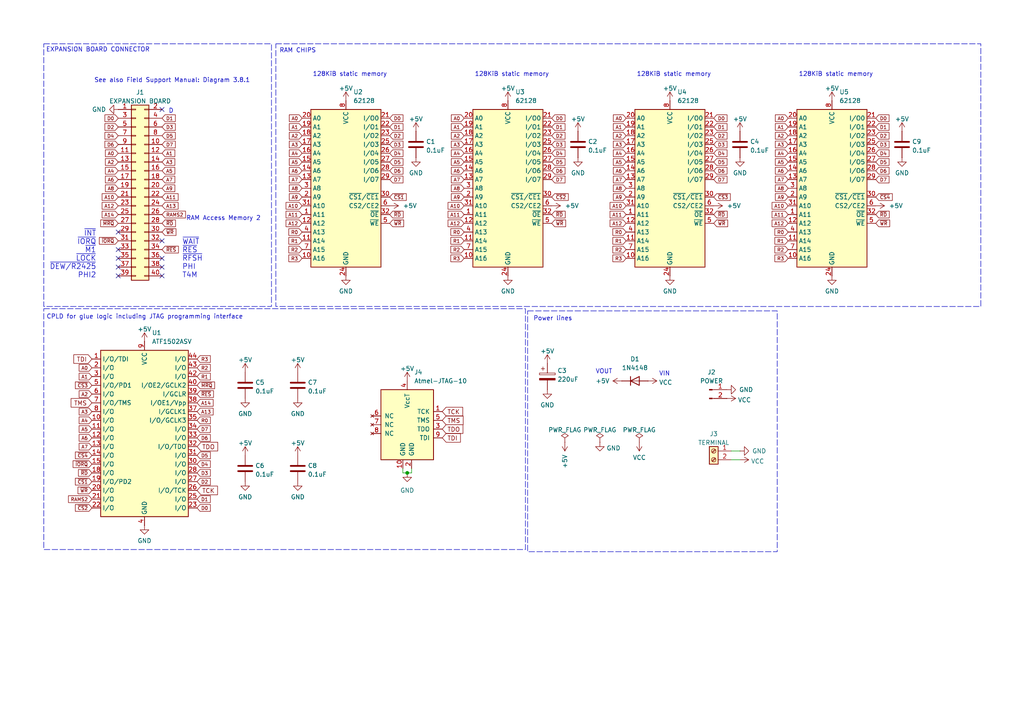
<source format=kicad_sch>
(kicad_sch (version 20250114) (generator "eeschema") (generator_version "9.0")
  (paper "A4")
  (title_block (title "Philips P2000T 128KiB memory expansion board (SMD / CPLD)") (date "2025-03-29") (rev "0") (comment 1 "ATF1502ALS TQFP44 CPLD is used for glue logic"))
  (lib_symbols
    (symbol "CPLD_Microchip:ATF1502ASV-xAx44"
      (property "Reference" "U" (at -12.7 24.13 0))
      (property "Value" "ATF1502ASV-xAx44" (at 12.7 24.13 0))
      (symbol "ATF1502ASV-xAx44_1_1"
        (pin bidirectional line (at -15.24 20.32 0) (length 2.54) (name "I/O/TDI") (number "1"))
        (pin bidirectional line (at -15.24 17.78 0) (length 2.54) (name "I/O") (number "2"))
        (pin bidirectional line (at -15.24 15.24 0) (length 2.54) (name "I/O") (number "3"))
        (pin bidirectional line (at -15.24 12.7 0) (length 2.54) (name "I/O/PD1") (number "5"))
        (pin bidirectional line (at -15.24 10.16 0) (length 2.54) (name "I/O") (number "6"))
        (pin bidirectional line (at -15.24 7.62 0) (length 2.54) (name "I/O/TMS") (number "7"))
        (pin bidirectional line (at -15.24 5.08 0) (length 2.54) (name "I/O") (number "8"))
        (pin bidirectional line (at -15.24 2.54 0) (length 2.54) (name "I/O") (number "10"))
        (pin bidirectional line (at -15.24 0 0) (length 2.54) (name "I/O") (number "11"))
        (pin bidirectional line (at -15.24 -2.54 0) (length 2.54) (name "I/O") (number "12"))
        (pin bidirectional line (at -15.24 -5.08 0) (length 2.54) (name "I/O") (number "13"))
        (pin bidirectional line (at -15.24 -7.62 0) (length 2.54) (name "I/O") (number "14"))
        (pin bidirectional line (at -15.24 -10.16 0) (length 2.54) (name "I/O") (number "15"))
        (pin bidirectional line (at -15.24 -12.7 0) (length 2.54) (name "I/O") (number "18"))
        (pin bidirectional line (at -15.24 -15.24 0) (length 2.54) (name "I/O/PD2") (number "19"))
        (pin bidirectional line (at -15.24 -17.78 0) (length 2.54) (name "I/O") (number "20"))
        (pin bidirectional line (at -15.24 -20.32 0) (length 2.54) (name "I/O") (number "21"))
        (pin bidirectional line (at -15.24 -22.86 0) (length 2.54) (name "I/O") (number "22"))
        (pin passive line (at 0 25.4 270) (length 2.54) (hide yes) (name "VCC") (number "17"))
        (pin passive line (at 0 25.4 270) (length 2.54) (hide yes) (name "VCC") (number "29"))
        (pin passive line (at 0 25.4 270) (length 2.54) (hide yes) (name "VCC") (number "41"))
        (pin power_in line (at 0 25.4 270) (length 2.54) (name "VCC") (number "9"))
        (pin passive line (at 0 -27.94 90) (length 2.54) (hide yes) (name "GND") (number "16"))
        (pin passive line (at 0 -27.94 90) (length 2.54) (hide yes) (name "GND") (number "24"))
        (pin passive line (at 0 -27.94 90) (length 2.54) (hide yes) (name "GND") (number "36"))
        (pin power_in line (at 0 -27.94 90) (length 2.54) (name "GND") (number "4"))
        (pin bidirectional line (at 15.24 20.32 180) (length 2.54) (name "I/O") (number "44"))
        (pin bidirectional line (at 15.24 17.78 180) (length 2.54) (name "I/O") (number "43"))
        (pin bidirectional line (at 15.24 15.24 180) (length 2.54) (name "I/O") (number "42"))
        (pin input line (at 15.24 12.7 180) (length 2.54) (name "I/OE2/GCLK2") (number "40"))
        (pin input line (at 15.24 10.16 180) (length 2.54) (name "I/GCLR") (number "39"))
        (pin input line (at 15.24 7.62 180) (length 2.54) (name "I/OE1/Vpp") (number "38"))
        (pin input line (at 15.24 5.08 180) (length 2.54) (name "I/GCLK1") (number "37"))
        (pin bidirectional line (at 15.24 2.54 180) (length 2.54) (name "I/O/GCLK3") (number "35"))
        (pin bidirectional line (at 15.24 0 180) (length 2.54) (name "I/O") (number "34"))
        (pin bidirectional line (at 15.24 -2.54 180) (length 2.54) (name "I/O") (number "33"))
        (pin bidirectional line (at 15.24 -5.08 180) (length 2.54) (name "I/O/TDO") (number "32"))
        (pin bidirectional line (at 15.24 -7.62 180) (length 2.54) (name "I/O") (number "31"))
        (pin bidirectional line (at 15.24 -10.16 180) (length 2.54) (name "I/O") (number "30"))
        (pin bidirectional line (at 15.24 -12.7 180) (length 2.54) (name "I/O") (number "28"))
        (pin bidirectional line (at 15.24 -15.24 180) (length 2.54) (name "I/O") (number "27"))
        (pin bidirectional line (at 15.24 -17.78 180) (length 2.54) (name "I/O/TCK") (number "26"))
        (pin bidirectional line (at 15.24 -20.32 180) (length 2.54) (name "I/O") (number "25"))
        (pin bidirectional line (at 15.24 -22.86 180) (length 2.54) (name "I/O") (number "23"))
      )
    )
    (symbol "Connector:Conn_01x02_Pin" (pin_names (offset 1.016) (hide yes))
      (property "Reference" "J" (at 0 2.54 0))
      (property "Value" "Conn_01x02_Pin" (at 0 -5.08 0))
      (symbol "Conn_01x02_Pin_1_1"
        (pin passive line (at 5.08 0 180) (length 3.81) (name "Pin_1") (number "1"))
        (pin passive line (at 5.08 -2.54 180) (length 3.81) (name "Pin_2") (number "2"))
      )
    )
    (symbol "Connector:Screw_Terminal_01x02" (pin_names (offset 1.016) (hide yes))
      (property "Reference" "J" (at 0 2.54 0))
      (property "Value" "Screw_Terminal_01x02" (at 0 -5.08 0))
      (symbol "Screw_Terminal_01x02_1_1"
        (pin passive line (at -5.08 0 0) (length 3.81) (name "Pin_1") (number "1"))
        (pin passive line (at -5.08 -2.54 0) (length 3.81) (name "Pin_2") (number "2"))
      )
    )
    (symbol "Connector_Generic:Conn_02x20_Odd_Even" (pin_names (offset 1.016) (hide yes))
      (property "Reference" "J" (at 1.27 25.4 0))
      (property "Value" "Conn_02x20_Odd_Even" (at 1.27 -27.94 0))
      (symbol "Conn_02x20_Odd_Even_1_1"
        (pin passive line (at -5.08 22.86 0) (length 3.81) (name "Pin_1") (number "1"))
        (pin passive line (at -5.08 20.32 0) (length 3.81) (name "Pin_3") (number "3"))
        (pin passive line (at -5.08 17.78 0) (length 3.81) (name "Pin_5") (number "5"))
        (pin passive line (at -5.08 15.24 0) (length 3.81) (name "Pin_7") (number "7"))
        (pin passive line (at -5.08 12.7 0) (length 3.81) (name "Pin_9") (number "9"))
        (pin passive line (at -5.08 10.16 0) (length 3.81) (name "Pin_11") (number "11"))
        (pin passive line (at -5.08 7.62 0) (length 3.81) (name "Pin_13") (number "13"))
        (pin passive line (at -5.08 5.08 0) (length 3.81) (name "Pin_15") (number "15"))
        (pin passive line (at -5.08 2.54 0) (length 3.81) (name "Pin_17") (number "17"))
        (pin passive line (at -5.08 0 0) (length 3.81) (name "Pin_19") (number "19"))
        (pin passive line (at -5.08 -2.54 0) (length 3.81) (name "Pin_21") (number "21"))
        (pin passive line (at -5.08 -5.08 0) (length 3.81) (name "Pin_23") (number "23"))
        (pin passive line (at -5.08 -7.62 0) (length 3.81) (name "Pin_25") (number "25"))
        (pin passive line (at -5.08 -10.16 0) (length 3.81) (name "Pin_27") (number "27"))
        (pin passive line (at -5.08 -12.7 0) (length 3.81) (name "Pin_29") (number "29"))
        (pin passive line (at -5.08 -15.24 0) (length 3.81) (name "Pin_31") (number "31"))
        (pin passive line (at -5.08 -17.78 0) (length 3.81) (name "Pin_33") (number "33"))
        (pin passive line (at -5.08 -20.32 0) (length 3.81) (name "Pin_35") (number "35"))
        (pin passive line (at -5.08 -22.86 0) (length 3.81) (name "Pin_37") (number "37"))
        (pin passive line (at -5.08 -25.4 0) (length 3.81) (name "Pin_39") (number "39"))
        (pin passive line (at 7.62 22.86 180) (length 3.81) (name "Pin_2") (number "2"))
        (pin passive line (at 7.62 20.32 180) (length 3.81) (name "Pin_4") (number "4"))
        (pin passive line (at 7.62 17.78 180) (length 3.81) (name "Pin_6") (number "6"))
        (pin passive line (at 7.62 15.24 180) (length 3.81) (name "Pin_8") (number "8"))
        (pin passive line (at 7.62 12.7 180) (length 3.81) (name "Pin_10") (number "10"))
        (pin passive line (at 7.62 10.16 180) (length 3.81) (name "Pin_12") (number "12"))
        (pin passive line (at 7.62 7.62 180) (length 3.81) (name "Pin_14") (number "14"))
        (pin passive line (at 7.62 5.08 180) (length 3.81) (name "Pin_16") (number "16"))
        (pin passive line (at 7.62 2.54 180) (length 3.81) (name "Pin_18") (number "18"))
        (pin passive line (at 7.62 0 180) (length 3.81) (name "Pin_20") (number "20"))
        (pin passive line (at 7.62 -2.54 180) (length 3.81) (name "Pin_22") (number "22"))
        (pin passive line (at 7.62 -5.08 180) (length 3.81) (name "Pin_24") (number "24"))
        (pin passive line (at 7.62 -7.62 180) (length 3.81) (name "Pin_26") (number "26"))
        (pin passive line (at 7.62 -10.16 180) (length 3.81) (name "Pin_28") (number "28"))
        (pin passive line (at 7.62 -12.7 180) (length 3.81) (name "Pin_30") (number "30"))
        (pin passive line (at 7.62 -15.24 180) (length 3.81) (name "Pin_32") (number "32"))
        (pin passive line (at 7.62 -17.78 180) (length 3.81) (name "Pin_34") (number "34"))
        (pin passive line (at 7.62 -20.32 180) (length 3.81) (name "Pin_36") (number "36"))
        (pin passive line (at 7.62 -22.86 180) (length 3.81) (name "Pin_38") (number "38"))
        (pin passive line (at 7.62 -25.4 180) (length 3.81) (name "Pin_40") (number "40"))
      )
    )
    (symbol "Device:C" (pin_numbers (hide yes)) (pin_names (offset 0.254))
      (property "Reference" "C" (at 0.635 2.54 0))
      (property "Value" "C" (at 0.635 -2.54 0))
      (symbol "C_1_1"
        (pin passive line (at 0 3.81 270) (length 2.794) (name "~") (number "1"))
        (pin passive line (at 0 -3.81 90) (length 2.794) (name "~") (number "2"))
      )
    )
    (symbol "Device:C_Polarized" (pin_numbers (hide yes)) (pin_names (offset 0.254))
      (property "Reference" "C" (at 0.635 2.54 0))
      (property "Value" "C_Polarized" (at 0.635 -2.54 0))
      (symbol "C_Polarized_1_1"
        (pin passive line (at 0 3.81 270) (length 2.794) (name "~") (number "1"))
        (pin passive line (at 0 -3.81 90) (length 2.794) (name "~") (number "2"))
      )
    )
    (symbol "Device:D" (pin_numbers (hide yes)) (pin_names (offset 1.016) (hide yes))
      (property "Reference" "D" (at 0 2.54 0))
      (property "Value" "D" (at 0 -2.54 0))
      (symbol "D_1_1"
        (pin passive line (at -3.81 0 0) (length 2.54) (name "K") (number "1"))
        (pin passive line (at 3.81 0 180) (length 2.54) (name "A") (number "2"))
      )
    )
    (symbol "Memory_RAM:CY62128Exx-xxZ"
      (property "Reference" "U" (at -10.16 23.495 0))
      (property "Value" "CY62128Exx-xxZ" (at 2.54 23.495 0))
      (symbol "CY62128Exx-xxZ_0_0"
        (pin power_in line (at 0 25.4 270) (length 2.54) (name "VCC") (number "8"))
        (pin power_in line (at 0 -25.4 90) (length 2.54) (name "GND") (number "24"))
      )
      (symbol "CY62128Exx-xxZ_1_1"
        (pin input line (at -12.7 20.32 0) (length 2.54) (name "A0") (number "20"))
        (pin input line (at -12.7 17.78 0) (length 2.54) (name "A1") (number "19"))
        (pin input line (at -12.7 15.24 0) (length 2.54) (name "A2") (number "18"))
        (pin input line (at -12.7 12.7 0) (length 2.54) (name "A3") (number "17"))
        (pin input line (at -12.7 10.16 0) (length 2.54) (name "A4") (number "16"))
        (pin input line (at -12.7 7.62 0) (length 2.54) (name "A5") (number "15"))
        (pin input line (at -12.7 5.08 0) (length 2.54) (name "A6") (number "14"))
        (pin input line (at -12.7 2.54 0) (length 2.54) (name "A7") (number "13"))
        (pin input line (at -12.7 0 0) (length 2.54) (name "A8") (number "3"))
        (pin input line (at -12.7 -2.54 0) (length 2.54) (name "A9") (number "2"))
        (pin input line (at -12.7 -5.08 0) (length 2.54) (name "A10") (number "31"))
        (pin input line (at -12.7 -7.62 0) (length 2.54) (name "A11") (number "1"))
        (pin input line (at -12.7 -10.16 0) (length 2.54) (name "A12") (number "12"))
        (pin input line (at -12.7 -12.7 0) (length 2.54) (name "A13") (number "4"))
        (pin input line (at -12.7 -15.24 0) (length 2.54) (name "A14") (number "11"))
        (pin input line (at -12.7 -17.78 0) (length 2.54) (name "A15") (number "7"))
        (pin input line (at -12.7 -20.32 0) (length 2.54) (name "A16") (number "10"))
        (pin no_connect line (at 10.16 -20.32 180) (length 2.54) (hide yes) (name "NC") (number "9"))
        (pin tri_state line (at 12.7 20.32 180) (length 2.54) (name "I/O0") (number "21"))
        (pin tri_state line (at 12.7 17.78 180) (length 2.54) (name "I/O1") (number "22"))
        (pin tri_state line (at 12.7 15.24 180) (length 2.54) (name "I/O2") (number "23"))
        (pin tri_state line (at 12.7 12.7 180) (length 2.54) (name "I/O3") (number "25"))
        (pin tri_state line (at 12.7 10.16 180) (length 2.54) (name "I/O4") (number "26"))
        (pin tri_state line (at 12.7 7.62 180) (length 2.54) (name "I/O5") (number "27"))
        (pin tri_state line (at 12.7 5.08 180) (length 2.54) (name "I/O6") (number "28"))
        (pin tri_state line (at 12.7 2.54 180) (length 2.54) (name "I/O7") (number "29"))
        (pin input line (at 12.7 -2.54 180) (length 2.54) (name "~{CS1}/~{CE1}") (number "30"))
        (pin input line (at 12.7 -5.08 180) (length 2.54) (name "CS2/CE2") (number "6"))
        (pin input line (at 12.7 -7.62 180) (length 2.54) (name "~{OE}") (number "32"))
        (pin input line (at 12.7 -10.16 180) (length 2.54) (name "~{WE}") (number "5"))
      )
    )
    (symbol "atf1504_plcc44_breakout:Atmel-JTAG-10" (pin_names (offset 1.016))
      (property "Reference" "J" (at -7.62 11.43 0))
      (property "Value" "Atmel-JTAG-10" (at 2.54 11.43 0))
      (symbol "Atmel-JTAG-10_1_1"
        (pin no_connect line (at -10.16 2.54 0) (length 2.54) (name "NC") (number "6"))
        (pin no_connect line (at -10.16 0 0) (length 2.54) (name "NC") (number "7"))
        (pin no_connect line (at -10.16 -2.54 0) (length 2.54) (name "NC") (number "8"))
        (pin power_in line (at -1.27 -12.7 90) (length 2.54) (name "GND") (number "10"))
        (pin power_in line (at 0 12.7 270) (length 2.54) (name "VccT") (number "4"))
        (pin passive line (at 1.27 -12.7 90) (length 2.54) (name "GND") (number "2"))
        (pin output line (at 10.16 3.81 180) (length 2.54) (name "TCK") (number "1"))
        (pin output line (at 10.16 1.27 180) (length 2.54) (name "TMS") (number "5"))
        (pin input line (at 10.16 -1.27 180) (length 2.54) (name "TDO") (number "3"))
        (pin output line (at 10.16 -3.81 180) (length 2.54) (name "TDI") (number "9"))
      )
    )
    (symbol "power:+5V" (power) (pin_numbers (hide yes)) (pin_names (offset 0) (hide yes))
      (property "Value" "+5V" (at 0 3.556 0))
      (symbol "+5V_1_1"
        (pin power_in line (at 0 0 90) (length 0) (name "~") (number "1"))
      )
    )
    (symbol "power:GND" (power) (pin_numbers (hide yes)) (pin_names (offset 0) (hide yes))
      (property "Value" "GND" (at 0 -3.81 0))
      (symbol "GND_1_1"
        (pin power_in line (at 0 0 270) (length 0) (name "~") (number "1"))
      )
    )
    (symbol "power:PWR_FLAG" (power) (pin_numbers (hide yes)) (pin_names (offset 0) (hide yes))
      (property "Value" "PWR_FLAG" (at 0 3.81 0))
      (symbol "PWR_FLAG_0_0"
        (pin power_out line (at 0 0 90) (length 0) (name "~") (number "1"))
      )
    )
    (symbol "power:VCC" (power) (pin_numbers (hide yes)) (pin_names (offset 0) (hide yes))
      (property "Value" "VCC" (at 0 3.556 0))
      (symbol "VCC_1_1"
        (pin power_in line (at 0 0 90) (length 0) (name "~") (number "1"))
      )
    )
  )
  (rectangle (start 153.035 90.17) (end 225.425 160.02) (stroke (width 0) (type dash)))
  (rectangle (start 12.7 12.7) (end 78.74 88.9) (stroke (width 0) (type dash)))
  (rectangle (start 12.7 89.535) (end 152.4 159.385) (stroke (width 0) (type dash)))
  (rectangle (start 80.01 12.7) (end 284.48 88.9) (stroke (width 0) (type dash)))
  (text "128KiB static memory" (at 231.648 22.352 0) (effects (font (size 1.27 1.27)) (justify left bottom)))
  (text "VIN" (at 191.135 109.22 0) (effects (font (size 1.27 1.27)) (justify left bottom)))
  (text "EXPANSION BOARD CONNECTOR" (at 13.335 15.24 0) (effects (font (size 1.27 1.27)) (justify left bottom)))
  (text "VOUT" (at 172.72 108.585 0) (effects (font (size 1.27 1.27)) (justify left bottom)))
  (text "~{INT}\n~{IORQ}\n~{M1}\n~{LOCK}\n~{DEW/R2425}\nPHI2" (at 27.94 80.772 0) (effects (font (size 1.5 1.5)) (justify right bottom)))
  (text "128KiB static memory" (at 137.668 22.352 0) (effects (font (size 1.27 1.27)) (justify left bottom)))
  (text "D" (at 48.895 33.02 0) (effects (font (size 1.27 1.27)) (justify left bottom)))
  (text "RAM Access Memory 2" (at 53.975 64.135 0) (effects (font (size 1.27 1.27)) (justify left bottom)))
  (text "128KiB static memory" (at 184.658 22.352 0) (effects (font (size 1.27 1.27)) (justify left bottom)))
  (text "RAM CHIPS" (at 81.026 15.494 0) (effects (font (size 1.27 1.27)) (justify left bottom)))
  (text "See also Field Support Manual: Diagram 3.8.1" (at 27.305 24.13 0) (effects (font (size 1.27 1.27)) (justify left bottom)))
  (text "Power lines" (at 154.686 93.218 0) (effects (font (size 1.27 1.27)) (justify left bottom)))
  (text "128KiB static memory" (at 90.678 22.352 0) (effects (font (size 1.27 1.27)) (justify left bottom)))
  (text "~{WAIT}\n~{RES}\n~{RFSH}\nPHI\nT4M" (at 52.832 80.772 0) (effects (font (size 1.5 1.5)) (justify left bottom)))
  (text "CPLD for glue logic including JTAG programming interface" (at 13.462 92.71 0) (effects (font (size 1.27 1.27)) (justify left bottom)))
  (junction (at 118.11 137.16))
  (no_connect (at 46.99 80.01))
  (no_connect (at 34.29 74.93))
  (no_connect (at 46.99 69.85))
  (no_connect (at 34.29 80.01))
  (no_connect (at 34.29 77.47))
  (no_connect (at 46.99 74.93))
  (no_connect (at 46.99 31.75))
  (no_connect (at 46.99 77.47))
  (no_connect (at 34.29 72.39))
  (no_connect (at 34.29 67.31))
  (wire (pts (xy 118.11 137.16) (xy 116.84 137.16)))
  (wire (pts (xy 212.09 130.81) (xy 214.63 130.81)))
  (wire (pts (xy 212.09 133.35) (xy 214.63 133.35)))
  (wire (pts (xy 118.11 137.16) (xy 119.38 137.16)))
  (wire (pts (xy 119.38 137.16) (xy 119.38 135.89)))
  (wire (pts (xy 116.84 137.16) (xy 116.84 135.89)))
  (global_label "A1" (shape input) (at 134.62 36.83 180) (effects (font (size 1 1))) (property "Intersheetrefs" "${INTERSHEET_REFS}" (effects (hide yes))))
  (global_label "~{WR}" (shape input) (at 254 64.77 0) (effects (font (size 1 1))) (property "Intersheetrefs" "${INTERSHEET_REFS}" (effects (hide yes))))
  (global_label "A10" (shape input) (at 228.6 59.69 180) (effects (font (size 1 1))) (property "Intersheetrefs" "${INTERSHEET_REFS}" (effects (hide yes))))
  (global_label "A11" (shape input) (at 228.6 62.23 180) (effects (font (size 1 1))) (property "Intersheetrefs" "${INTERSHEET_REFS}" (effects (hide yes))))
  (global_label "D4" (shape input) (at 207.01 44.45 0) (effects (font (size 1 1))) (property "Intersheetrefs" "${INTERSHEET_REFS}" (effects (hide yes))))
  (global_label "R0" (shape input) (at 134.62 67.31 180) (effects (font (size 1 1))) (property "Intersheetrefs" "${INTERSHEET_REFS}" (effects (hide yes))))
  (global_label "D4" (shape input) (at 254 44.45 0) (effects (font (size 1 1))) (property "Intersheetrefs" "${INTERSHEET_REFS}" (effects (hide yes))))
  (global_label "D3" (shape input) (at 160.02 41.91 0) (effects (font (size 1 1))) (property "Intersheetrefs" "${INTERSHEET_REFS}" (effects (hide yes))))
  (global_label "A7" (shape input) (at 134.62 52.07 180) (effects (font (size 1 1))) (property "Intersheetrefs" "${INTERSHEET_REFS}" (effects (hide yes))))
  (global_label "~{RES}" (shape input) (at 57.15 114.3 0) (effects (font (size 1 1))) (property "Intersheetrefs" "${INTERSHEET_REFS}" (effects (hide yes))))
  (global_label "A4" (shape input) (at 181.61 44.45 180) (effects (font (size 1 1))) (property "Intersheetrefs" "${INTERSHEET_REFS}" (effects (hide yes))))
  (global_label "D1" (shape input) (at 254 36.83 0) (effects (font (size 1 1))) (property "Intersheetrefs" "${INTERSHEET_REFS}" (effects (hide yes))))
  (global_label "A8" (shape input) (at 34.29 54.61 180) (effects (font (size 1 1))) (property "Intersheetrefs" "${INTERSHEET_REFS}" (effects (hide yes))))
  (global_label "A10" (shape input) (at 87.63 59.69 180) (effects (font (size 1 1))) (property "Intersheetrefs" "${INTERSHEET_REFS}" (effects (hide yes))))
  (global_label "R1" (shape input) (at 87.63 69.85 180) (effects (font (size 1 1))) (property "Intersheetrefs" "${INTERSHEET_REFS}" (effects (hide yes))))
  (global_label "A4" (shape input) (at 87.63 44.45 180) (effects (font (size 1 1))) (property "Intersheetrefs" "${INTERSHEET_REFS}" (effects (hide yes))))
  (global_label "R3" (shape input) (at 228.6 74.93 180) (effects (font (size 1 1))) (property "Intersheetrefs" "${INTERSHEET_REFS}" (effects (hide yes))))
  (global_label "A4" (shape input) (at 26.67 121.92 180) (effects (font (size 1 1))) (property "Intersheetrefs" "${INTERSHEET_REFS}" (effects (hide yes))))
  (global_label "A0" (shape input) (at 181.61 34.29 180) (effects (font (size 1 1))) (property "Intersheetrefs" "${INTERSHEET_REFS}" (effects (hide yes))))
  (global_label "D0" (shape input) (at 113.03 34.29 0) (effects (font (size 1 1))) (property "Intersheetrefs" "${INTERSHEET_REFS}" (effects (hide yes))))
  (global_label "D5" (shape input) (at 207.01 46.99 0) (effects (font (size 1 1))) (property "Intersheetrefs" "${INTERSHEET_REFS}" (effects (hide yes))))
  (global_label "A6" (shape input) (at 34.29 52.07 180) (effects (font (size 1 1))) (property "Intersheetrefs" "${INTERSHEET_REFS}" (effects (hide yes))))
  (global_label "A10" (shape input) (at 181.61 59.69 180) (effects (font (size 1 1))) (property "Intersheetrefs" "${INTERSHEET_REFS}" (effects (hide yes))))
  (global_label "~{CS2}" (shape input) (at 26.67 147.32 180) (effects (font (size 1 1))) (property "Intersheetrefs" "${INTERSHEET_REFS}" (effects (hide yes))))
  (global_label "R2" (shape input) (at 87.63 72.39 180) (effects (font (size 1 1))) (property "Intersheetrefs" "${INTERSHEET_REFS}" (effects (hide yes))))
  (global_label "D2" (shape input) (at 160.02 39.37 0) (effects (font (size 1 1))) (property "Intersheetrefs" "${INTERSHEET_REFS}" (effects (hide yes))))
  (global_label "D5" (shape input) (at 160.02 46.99 0) (effects (font (size 1 1))) (property "Intersheetrefs" "${INTERSHEET_REFS}" (effects (hide yes))))
  (global_label "D4" (shape input) (at 34.29 39.37 180) (effects (font (size 1 1))) (property "Intersheetrefs" "${INTERSHEET_REFS}" (effects (hide yes))))
  (global_label "R3" (shape input) (at 57.15 104.14 0) (effects (font (size 1 1))) (property "Intersheetrefs" "${INTERSHEET_REFS}" (effects (hide yes))))
  (global_label "A4" (shape input) (at 228.6 44.45 180) (effects (font (size 1 1))) (property "Intersheetrefs" "${INTERSHEET_REFS}" (effects (hide yes))))
  (global_label "A7" (shape input) (at 228.6 52.07 180) (effects (font (size 1 1))) (property "Intersheetrefs" "${INTERSHEET_REFS}" (effects (hide yes))))
  (global_label "TMS" (shape input) (at 26.67 116.84 180) (property "Intersheetrefs" "${INTERSHEET_REFS}" (effects (hide yes))))
  (global_label "A4" (shape input) (at 134.62 44.45 180) (effects (font (size 1 1))) (property "Intersheetrefs" "${INTERSHEET_REFS}" (effects (hide yes))))
  (global_label "A2" (shape input) (at 181.61 39.37 180) (effects (font (size 1 1))) (property "Intersheetrefs" "${INTERSHEET_REFS}" (effects (hide yes))))
  (global_label "D3" (shape input) (at 207.01 41.91 0) (effects (font (size 1 1))) (property "Intersheetrefs" "${INTERSHEET_REFS}" (effects (hide yes))))
  (global_label "~{CS3}" (shape input) (at 26.67 111.76 180) (effects (font (size 1 1))) (property "Intersheetrefs" "${INTERSHEET_REFS}" (effects (hide yes))))
  (global_label "A0" (shape input) (at 26.67 106.68 180) (effects (font (size 1 1))) (property "Intersheetrefs" "${INTERSHEET_REFS}" (effects (hide yes))))
  (global_label "D7" (shape input) (at 46.99 41.91 0) (effects (font (size 1 1))) (property "Intersheetrefs" "${INTERSHEET_REFS}" (effects (hide yes))))
  (global_label "A2" (shape input) (at 134.62 39.37 180) (effects (font (size 1 1))) (property "Intersheetrefs" "${INTERSHEET_REFS}" (effects (hide yes))))
  (global_label "A6" (shape input) (at 26.67 127 180) (effects (font (size 1 1))) (property "Intersheetrefs" "${INTERSHEET_REFS}" (effects (hide yes))))
  (global_label "A12" (shape input) (at 87.63 64.77 180) (effects (font (size 1 1))) (property "Intersheetrefs" "${INTERSHEET_REFS}" (effects (hide yes))))
  (global_label "~{CS2}" (shape input) (at 160.02 57.15 0) (effects (font (size 1 1))) (property "Intersheetrefs" "${INTERSHEET_REFS}" (effects (hide yes))))
  (global_label "~{RD}" (shape input) (at 46.99 64.77 0) (effects (font (size 1 1))) (property "Intersheetrefs" "${INTERSHEET_REFS}" (effects (hide yes))))
  (global_label "TDI" (shape input) (at 26.67 104.14 180) (property "Intersheetrefs" "${INTERSHEET_REFS}" (effects (hide yes))))
  (global_label "A8" (shape input) (at 228.6 54.61 180) (effects (font (size 1 1))) (property "Intersheetrefs" "${INTERSHEET_REFS}" (effects (hide yes))))
  (global_label "A6" (shape input) (at 181.61 49.53 180) (effects (font (size 1 1))) (property "Intersheetrefs" "${INTERSHEET_REFS}" (effects (hide yes))))
  (global_label "A1" (shape input) (at 26.67 109.22 180) (effects (font (size 1 1))) (property "Intersheetrefs" "${INTERSHEET_REFS}" (effects (hide yes))))
  (global_label "R3" (shape input) (at 181.61 74.93 180) (effects (font (size 1 1))) (property "Intersheetrefs" "${INTERSHEET_REFS}" (effects (hide yes))))
  (global_label "A10" (shape input) (at 34.29 57.15 180) (effects (font (size 1 1))) (property "Intersheetrefs" "${INTERSHEET_REFS}" (effects (hide yes))))
  (global_label "A6" (shape input) (at 228.6 49.53 180) (effects (font (size 1 1))) (property "Intersheetrefs" "${INTERSHEET_REFS}" (effects (hide yes))))
  (global_label "~{WR}" (shape input) (at 26.67 142.24 180) (effects (font (size 1 1))) (property "Intersheetrefs" "${INTERSHEET_REFS}" (effects (hide yes))))
  (global_label "A5" (shape input) (at 134.62 46.99 180) (effects (font (size 1 1))) (property "Intersheetrefs" "${INTERSHEET_REFS}" (effects (hide yes))))
  (global_label "R0" (shape input) (at 57.15 121.92 0) (effects (font (size 1 1))) (property "Intersheetrefs" "${INTERSHEET_REFS}" (effects (hide yes))))
  (global_label "D2" (shape input) (at 207.01 39.37 0) (effects (font (size 1 1))) (property "Intersheetrefs" "${INTERSHEET_REFS}" (effects (hide yes))))
  (global_label "D3" (shape input) (at 46.99 36.83 0) (effects (font (size 1 1))) (property "Intersheetrefs" "${INTERSHEET_REFS}" (effects (hide yes))))
  (global_label "A2" (shape input) (at 34.29 46.99 180) (effects (font (size 1 1))) (property "Intersheetrefs" "${INTERSHEET_REFS}" (effects (hide yes))))
  (global_label "D3" (shape input) (at 57.15 137.16 0) (effects (font (size 1 1))) (property "Intersheetrefs" "${INTERSHEET_REFS}" (effects (hide yes))))
  (global_label "~{WR}" (shape input) (at 207.01 64.77 0) (effects (font (size 1 1))) (property "Intersheetrefs" "${INTERSHEET_REFS}" (effects (hide yes))))
  (global_label "RAMS2" (shape input) (at 26.67 144.78 180) (effects (font (size 1 1))) (property "Intersheetrefs" "${INTERSHEET_REFS}" (effects (hide yes))))
  (global_label "A3" (shape input) (at 26.67 119.38 180) (effects (font (size 1 1))) (property "Intersheetrefs" "${INTERSHEET_REFS}" (effects (hide yes))))
  (global_label "D6" (shape input) (at 34.29 41.91 180) (effects (font (size 1 1))) (property "Intersheetrefs" "${INTERSHEET_REFS}" (effects (hide yes))))
  (global_label "~{IORQ}" (shape input) (at 26.67 134.62 180) (effects (font (size 1 1))) (property "Intersheetrefs" "${INTERSHEET_REFS}" (effects (hide yes))))
  (global_label "D5" (shape input) (at 46.99 39.37 0) (effects (font (size 1 1))) (property "Intersheetrefs" "${INTERSHEET_REFS}" (effects (hide yes))))
  (global_label "A10" (shape input) (at 134.62 59.69 180) (effects (font (size 1 1))) (property "Intersheetrefs" "${INTERSHEET_REFS}" (effects (hide yes))))
  (global_label "R2" (shape input) (at 134.62 72.39 180) (effects (font (size 1 1))) (property "Intersheetrefs" "${INTERSHEET_REFS}" (effects (hide yes))))
  (global_label "D4" (shape input) (at 57.15 134.62 0) (effects (font (size 1 1))) (property "Intersheetrefs" "${INTERSHEET_REFS}" (effects (hide yes))))
  (global_label "A0" (shape input) (at 34.29 44.45 180) (effects (font (size 1 1))) (property "Intersheetrefs" "${INTERSHEET_REFS}" (effects (hide yes))))
  (global_label "D7" (shape input) (at 113.03 52.07 0) (effects (font (size 1 1))) (property "Intersheetrefs" "${INTERSHEET_REFS}" (effects (hide yes))))
  (global_label "A1" (shape input) (at 181.61 36.83 180) (effects (font (size 1 1))) (property "Intersheetrefs" "${INTERSHEET_REFS}" (effects (hide yes))))
  (global_label "D5" (shape input) (at 254 46.99 0) (effects (font (size 1 1))) (property "Intersheetrefs" "${INTERSHEET_REFS}" (effects (hide yes))))
  (global_label "A0" (shape input) (at 228.6 34.29 180) (effects (font (size 1 1))) (property "Intersheetrefs" "${INTERSHEET_REFS}" (effects (hide yes))))
  (global_label "R2" (shape input) (at 57.15 106.68 0) (effects (font (size 1 1))) (property "Intersheetrefs" "${INTERSHEET_REFS}" (effects (hide yes))))
  (global_label "D2" (shape input) (at 254 39.37 0) (effects (font (size 1 1))) (property "Intersheetrefs" "${INTERSHEET_REFS}" (effects (hide yes))))
  (global_label "RAMS2" (shape input) (at 46.99 62.23 0) (effects (font (size 1 1))) (property "Intersheetrefs" "${INTERSHEET_REFS}" (effects (hide yes))))
  (global_label "A7" (shape input) (at 87.63 52.07 180) (effects (font (size 1 1))) (property "Intersheetrefs" "${INTERSHEET_REFS}" (effects (hide yes))))
  (global_label "~{WR}" (shape input) (at 46.99 67.31 0) (effects (font (size 1 1))) (property "Intersheetrefs" "${INTERSHEET_REFS}" (effects (hide yes))))
  (global_label "D7" (shape input) (at 254 52.07 0) (effects (font (size 1 1))) (property "Intersheetrefs" "${INTERSHEET_REFS}" (effects (hide yes))))
  (global_label "A9" (shape input) (at 134.62 57.15 180) (effects (font (size 1 1))) (property "Intersheetrefs" "${INTERSHEET_REFS}" (effects (hide yes))))
  (global_label "~{WR}" (shape input) (at 160.02 64.77 0) (effects (font (size 1 1))) (property "Intersheetrefs" "${INTERSHEET_REFS}" (effects (hide yes))))
  (global_label "A3" (shape input) (at 46.99 46.99 0) (effects (font (size 1 1))) (property "Intersheetrefs" "${INTERSHEET_REFS}" (effects (hide yes))))
  (global_label "A9" (shape input) (at 46.99 54.61 0) (effects (font (size 1 1))) (property "Intersheetrefs" "${INTERSHEET_REFS}" (effects (hide yes))))
  (global_label "D1" (shape input) (at 207.01 36.83 0) (effects (font (size 1 1))) (property "Intersheetrefs" "${INTERSHEET_REFS}" (effects (hide yes))))
  (global_label "D5" (shape input) (at 57.15 132.08 0) (effects (font (size 1 1))) (property "Intersheetrefs" "${INTERSHEET_REFS}" (effects (hide yes))))
  (global_label "R1" (shape input) (at 228.6 69.85 180) (effects (font (size 1 1))) (property "Intersheetrefs" "${INTERSHEET_REFS}" (effects (hide yes))))
  (global_label "D6" (shape input) (at 57.15 127 0) (effects (font (size 1 1))) (property "Intersheetrefs" "${INTERSHEET_REFS}" (effects (hide yes))))
  (global_label "A13" (shape input) (at 57.15 119.38 0) (effects (font (size 1 1))) (property "Intersheetrefs" "${INTERSHEET_REFS}" (effects (hide yes))))
  (global_label "A11" (shape input) (at 46.99 57.15 0) (effects (font (size 1 1))) (property "Intersheetrefs" "${INTERSHEET_REFS}" (effects (hide yes))))
  (global_label "A5" (shape input) (at 228.6 46.99 180) (effects (font (size 1 1))) (property "Intersheetrefs" "${INTERSHEET_REFS}" (effects (hide yes))))
  (global_label "~{RD}" (shape input) (at 254 62.23 0) (effects (font (size 1 1))) (property "Intersheetrefs" "${INTERSHEET_REFS}" (effects (hide yes))))
  (global_label "TMS" (shape input) (at 128.27 121.92 0) (property "Intersheetrefs" "${INTERSHEET_REFS}" (effects (hide yes))))
  (global_label "D6" (shape input) (at 254 49.53 0) (effects (font (size 1 1))) (property "Intersheetrefs" "${INTERSHEET_REFS}" (effects (hide yes))))
  (global_label "TDO" (shape input) (at 128.27 124.46 0) (property "Intersheetrefs" "${INTERSHEET_REFS}" (effects (hide yes))))
  (global_label "A12" (shape input) (at 134.62 64.77 180) (effects (font (size 1 1))) (property "Intersheetrefs" "${INTERSHEET_REFS}" (effects (hide yes))))
  (global_label "A5" (shape input) (at 46.99 49.53 0) (effects (font (size 1 1))) (property "Intersheetrefs" "${INTERSHEET_REFS}" (effects (hide yes))))
  (global_label "R1" (shape input) (at 57.15 109.22 0) (effects (font (size 1 1))) (property "Intersheetrefs" "${INTERSHEET_REFS}" (effects (hide yes))))
  (global_label "A9" (shape input) (at 228.6 57.15 180) (effects (font (size 1 1))) (property "Intersheetrefs" "${INTERSHEET_REFS}" (effects (hide yes))))
  (global_label "D7" (shape input) (at 207.01 52.07 0) (effects (font (size 1 1))) (property "Intersheetrefs" "${INTERSHEET_REFS}" (effects (hide yes))))
  (global_label "~{CS4}" (shape input) (at 254 57.15 0) (effects (font (size 1 1))) (property "Intersheetrefs" "${INTERSHEET_REFS}" (effects (hide yes))))
  (global_label "~{MRQ}" (shape input) (at 57.15 111.76 0) (effects (font (size 1 1))) (property "Intersheetrefs" "${INTERSHEET_REFS}" (effects (hide yes))))
  (global_label "D1" (shape input) (at 113.03 36.83 0) (effects (font (size 1 1))) (property "Intersheetrefs" "${INTERSHEET_REFS}" (effects (hide yes))))
  (global_label "TDI" (shape input) (at 128.27 127 0) (property "Intersheetrefs" "${INTERSHEET_REFS}" (effects (hide yes))))
  (global_label "A14" (shape input) (at 34.29 62.23 180) (effects (font (size 1 1))) (property "Intersheetrefs" "${INTERSHEET_REFS}" (effects (hide yes))))
  (global_label "D4" (shape input) (at 160.02 44.45 0) (effects (font (size 1 1))) (property "Intersheetrefs" "${INTERSHEET_REFS}" (effects (hide yes))))
  (global_label "D0" (shape input) (at 34.29 34.29 180) (effects (font (size 1 1))) (property "Intersheetrefs" "${INTERSHEET_REFS}" (effects (hide yes))))
  (global_label "A7" (shape input) (at 26.67 129.54 180) (effects (font (size 1 1))) (property "Intersheetrefs" "${INTERSHEET_REFS}" (effects (hide yes))))
  (global_label "D0" (shape input) (at 160.02 34.29 0) (effects (font (size 1 1))) (property "Intersheetrefs" "${INTERSHEET_REFS}" (effects (hide yes))))
  (global_label "D7" (shape input) (at 57.15 124.46 0) (effects (font (size 1 1))) (property "Intersheetrefs" "${INTERSHEET_REFS}" (effects (hide yes))))
  (global_label "TDO" (shape input) (at 57.15 129.54 0) (property "Intersheetrefs" "${INTERSHEET_REFS}" (effects (hide yes))))
  (global_label "R2" (shape input) (at 228.6 72.39 180) (effects (font (size 1 1))) (property "Intersheetrefs" "${INTERSHEET_REFS}" (effects (hide yes))))
  (global_label "R3" (shape input) (at 134.62 74.93 180) (effects (font (size 1 1))) (property "Intersheetrefs" "${INTERSHEET_REFS}" (effects (hide yes))))
  (global_label "A1" (shape input) (at 46.99 44.45 0) (effects (font (size 1 1))) (property "Intersheetrefs" "${INTERSHEET_REFS}" (effects (hide yes))))
  (global_label "TCK" (shape input) (at 128.27 119.38 0) (property "Intersheetrefs" "${INTERSHEET_REFS}" (effects (hide yes))))
  (global_label "A13" (shape input) (at 46.99 59.69 0) (effects (font (size 1 1))) (property "Intersheetrefs" "${INTERSHEET_REFS}" (effects (hide yes))))
  (global_label "A11" (shape input) (at 134.62 62.23 180) (effects (font (size 1 1))) (property "Intersheetrefs" "${INTERSHEET_REFS}" (effects (hide yes))))
  (global_label "A2" (shape input) (at 87.63 39.37 180) (effects (font (size 1 1))) (property "Intersheetrefs" "${INTERSHEET_REFS}" (effects (hide yes))))
  (global_label "A2" (shape input) (at 228.6 39.37 180) (effects (font (size 1 1))) (property "Intersheetrefs" "${INTERSHEET_REFS}" (effects (hide yes))))
  (global_label "A12" (shape input) (at 181.61 64.77 180) (effects (font (size 1 1))) (property "Intersheetrefs" "${INTERSHEET_REFS}" (effects (hide yes))))
  (global_label "A3" (shape input) (at 87.63 41.91 180) (effects (font (size 1 1))) (property "Intersheetrefs" "${INTERSHEET_REFS}" (effects (hide yes))))
  (global_label "A9" (shape input) (at 87.63 57.15 180) (effects (font (size 1 1))) (property "Intersheetrefs" "${INTERSHEET_REFS}" (effects (hide yes))))
  (global_label "~{RD}" (shape input) (at 26.67 137.16 180) (effects (font (size 1 1))) (property "Intersheetrefs" "${INTERSHEET_REFS}" (effects (hide yes))))
  (global_label "TCK" (shape input) (at 57.15 142.24 0) (property "Intersheetrefs" "${INTERSHEET_REFS}" (effects (hide yes))))
  (global_label "A2" (shape input) (at 26.67 114.3 180) (effects (font (size 1 1))) (property "Intersheetrefs" "${INTERSHEET_REFS}" (effects (hide yes))))
  (global_label "D0" (shape input) (at 254 34.29 0) (effects (font (size 1 1))) (property "Intersheetrefs" "${INTERSHEET_REFS}" (effects (hide yes))))
  (global_label "R1" (shape input) (at 134.62 69.85 180) (effects (font (size 1 1))) (property "Intersheetrefs" "${INTERSHEET_REFS}" (effects (hide yes))))
  (global_label "A5" (shape input) (at 181.61 46.99 180) (effects (font (size 1 1))) (property "Intersheetrefs" "${INTERSHEET_REFS}" (effects (hide yes))))
  (global_label "D7" (shape input) (at 160.02 52.07 0) (effects (font (size 1 1))) (property "Intersheetrefs" "${INTERSHEET_REFS}" (effects (hide yes))))
  (global_label "A8" (shape input) (at 181.61 54.61 180) (effects (font (size 1 1))) (property "Intersheetrefs" "${INTERSHEET_REFS}" (effects (hide yes))))
  (global_label "A7" (shape input) (at 46.99 52.07 0) (effects (font (size 1 1))) (property "Intersheetrefs" "${INTERSHEET_REFS}" (effects (hide yes))))
  (global_label "~{MRQ}" (shape input) (at 34.29 64.77 180) (effects (font (size 1 1))) (property "Intersheetrefs" "${INTERSHEET_REFS}" (effects (hide yes))))
  (global_label "A3" (shape input) (at 134.62 41.91 180) (effects (font (size 1 1))) (property "Intersheetrefs" "${INTERSHEET_REFS}" (effects (hide yes))))
  (global_label "D5" (shape input) (at 113.03 46.99 0) (effects (font (size 1 1))) (property "Intersheetrefs" "${INTERSHEET_REFS}" (effects (hide yes))))
  (global_label "A12" (shape input) (at 34.29 59.69 180) (effects (font (size 1 1))) (property "Intersheetrefs" "${INTERSHEET_REFS}" (effects (hide yes))))
  (global_label "R0" (shape input) (at 228.6 67.31 180) (effects (font (size 1 1))) (property "Intersheetrefs" "${INTERSHEET_REFS}" (effects (hide yes))))
  (global_label "A5" (shape input) (at 26.67 124.46 180) (effects (font (size 1 1))) (property "Intersheetrefs" "${INTERSHEET_REFS}" (effects (hide yes))))
  (global_label "A12" (shape input) (at 228.6 64.77 180) (effects (font (size 1 1))) (property "Intersheetrefs" "${INTERSHEET_REFS}" (effects (hide yes))))
  (global_label "A1" (shape input) (at 87.63 36.83 180) (effects (font (size 1 1))) (property "Intersheetrefs" "${INTERSHEET_REFS}" (effects (hide yes))))
  (global_label "A6" (shape input) (at 134.62 49.53 180) (effects (font (size 1 1))) (property "Intersheetrefs" "${INTERSHEET_REFS}" (effects (hide yes))))
  (global_label "A0" (shape input) (at 87.63 34.29 180) (effects (font (size 1 1))) (property "Intersheetrefs" "${INTERSHEET_REFS}" (effects (hide yes))))
  (global_label "~{RES}" (shape input) (at 46.99 72.39 0) (effects (font (size 1 1))) (property "Intersheetrefs" "${INTERSHEET_REFS}" (effects (hide yes))))
  (global_label "A0" (shape input) (at 134.62 34.29 180) (effects (font (size 1 1))) (property "Intersheetrefs" "${INTERSHEET_REFS}" (effects (hide yes))))
  (global_label "D6" (shape input) (at 113.03 49.53 0) (effects (font (size 1 1))) (property "Intersheetrefs" "${INTERSHEET_REFS}" (effects (hide yes))))
  (global_label "A14" (shape input) (at 57.15 116.84 0) (effects (font (size 1 1))) (property "Intersheetrefs" "${INTERSHEET_REFS}" (effects (hide yes))))
  (global_label "~{CS3}" (shape input) (at 207.01 57.15 0) (effects (font (size 1 1))) (property "Intersheetrefs" "${INTERSHEET_REFS}" (effects (hide yes))))
  (global_label "D3" (shape input) (at 254 41.91 0) (effects (font (size 1 1))) (property "Intersheetrefs" "${INTERSHEET_REFS}" (effects (hide yes))))
  (global_label "~{IORQ}" (shape input) (at 34.29 69.85 180) (effects (font (size 1 1))) (property "Intersheetrefs" "${INTERSHEET_REFS}" (effects (hide yes))))
  (global_label "A3" (shape input) (at 228.6 41.91 180) (effects (font (size 1 1))) (property "Intersheetrefs" "${INTERSHEET_REFS}" (effects (hide yes))))
  (global_label "D0" (shape input) (at 57.15 147.32 0) (effects (font (size 1 1))) (property "Intersheetrefs" "${INTERSHEET_REFS}" (effects (hide yes))))
  (global_label "D2" (shape input) (at 34.29 36.83 180) (effects (font (size 1 1))) (property "Intersheetrefs" "${INTERSHEET_REFS}" (effects (hide yes))))
  (global_label "D1" (shape input) (at 46.99 34.29 0) (effects (font (size 1 1))) (property "Intersheetrefs" "${INTERSHEET_REFS}" (effects (hide yes))))
  (global_label "A3" (shape input) (at 181.61 41.91 180) (effects (font (size 1 1))) (property "Intersheetrefs" "${INTERSHEET_REFS}" (effects (hide yes))))
  (global_label "A11" (shape input) (at 87.63 62.23 180) (effects (font (size 1 1))) (property "Intersheetrefs" "${INTERSHEET_REFS}" (effects (hide yes))))
  (global_label "R0" (shape input) (at 181.61 67.31 180) (effects (font (size 1 1))) (property "Intersheetrefs" "${INTERSHEET_REFS}" (effects (hide yes))))
  (global_label "A9" (shape input) (at 181.61 57.15 180) (effects (font (size 1 1))) (property "Intersheetrefs" "${INTERSHEET_REFS}" (effects (hide yes))))
  (global_label "R1" (shape input) (at 181.61 69.85 180) (effects (font (size 1 1))) (property "Intersheetrefs" "${INTERSHEET_REFS}" (effects (hide yes))))
  (global_label "A6" (shape input) (at 87.63 49.53 180) (effects (font (size 1 1))) (property "Intersheetrefs" "${INTERSHEET_REFS}" (effects (hide yes))))
  (global_label "~{CS1}" (shape input) (at 113.03 57.15 0) (effects (font (size 1 1))) (property "Intersheetrefs" "${INTERSHEET_REFS}" (effects (hide yes))))
  (global_label "D4" (shape input) (at 113.03 44.45 0) (effects (font (size 1 1))) (property "Intersheetrefs" "${INTERSHEET_REFS}" (effects (hide yes))))
  (global_label "A8" (shape input) (at 87.63 54.61 180) (effects (font (size 1 1))) (property "Intersheetrefs" "${INTERSHEET_REFS}" (effects (hide yes))))
  (global_label "R3" (shape input) (at 87.63 74.93 180) (effects (font (size 1 1))) (property "Intersheetrefs" "${INTERSHEET_REFS}" (effects (hide yes))))
  (global_label "D6" (shape input) (at 160.02 49.53 0) (effects (font (size 1 1))) (property "Intersheetrefs" "${INTERSHEET_REFS}" (effects (hide yes))))
  (global_label "A7" (shape input) (at 181.61 52.07 180) (effects (font (size 1 1))) (property "Intersheetrefs" "${INTERSHEET_REFS}" (effects (hide yes))))
  (global_label "~{RD}" (shape input) (at 207.01 62.23 0) (effects (font (size 1 1))) (property "Intersheetrefs" "${INTERSHEET_REFS}" (effects (hide yes))))
  (global_label "D2" (shape input) (at 57.15 139.7 0) (effects (font (size 1 1))) (property "Intersheetrefs" "${INTERSHEET_REFS}" (effects (hide yes))))
  (global_label "~{WR}" (shape input) (at 113.03 64.77 0) (effects (font (size 1 1))) (property "Intersheetrefs" "${INTERSHEET_REFS}" (effects (hide yes))))
  (global_label "A11" (shape input) (at 181.61 62.23 180) (effects (font (size 1 1))) (property "Intersheetrefs" "${INTERSHEET_REFS}" (effects (hide yes))))
  (global_label "R0" (shape input) (at 87.63 67.31 180) (effects (font (size 1 1))) (property "Intersheetrefs" "${INTERSHEET_REFS}" (effects (hide yes))))
  (global_label "A1" (shape input) (at 228.6 36.83 180) (effects (font (size 1 1))) (property "Intersheetrefs" "${INTERSHEET_REFS}" (effects (hide yes))))
  (global_label "~{RD}" (shape input) (at 113.03 62.23 0) (effects (font (size 1 1))) (property "Intersheetrefs" "${INTERSHEET_REFS}" (effects (hide yes))))
  (global_label "A8" (shape input) (at 134.62 54.61 180) (effects (font (size 1 1))) (property "Intersheetrefs" "${INTERSHEET_REFS}" (effects (hide yes))))
  (global_label "D2" (shape input) (at 113.03 39.37 0) (effects (font (size 1 1))) (property "Intersheetrefs" "${INTERSHEET_REFS}" (effects (hide yes))))
  (global_label "A5" (shape input) (at 87.63 46.99 180) (effects (font (size 1 1))) (property "Intersheetrefs" "${INTERSHEET_REFS}" (effects (hide yes))))
  (global_label "~{CS4}" (shape input) (at 26.67 132.08 180) (effects (font (size 1 1))) (property "Intersheetrefs" "${INTERSHEET_REFS}" (effects (hide yes))))
  (global_label "D3" (shape input) (at 113.03 41.91 0) (effects (font (size 1 1))) (property "Intersheetrefs" "${INTERSHEET_REFS}" (effects (hide yes))))
  (global_label "~{RD}" (shape input) (at 160.02 62.23 0) (effects (font (size 1 1))) (property "Intersheetrefs" "${INTERSHEET_REFS}" (effects (hide yes))))
  (global_label "A4" (shape input) (at 34.29 49.53 180) (effects (font (size 1 1))) (property "Intersheetrefs" "${INTERSHEET_REFS}" (effects (hide yes))))
  (global_label "D1" (shape input) (at 160.02 36.83 0) (effects (font (size 1 1))) (property "Intersheetrefs" "${INTERSHEET_REFS}" (effects (hide yes))))
  (global_label "D6" (shape input) (at 207.01 49.53 0) (effects (font (size 1 1))) (property "Intersheetrefs" "${INTERSHEET_REFS}" (effects (hide yes))))
  (global_label "D0" (shape input) (at 207.01 34.29 0) (effects (font (size 1 1))) (property "Intersheetrefs" "${INTERSHEET_REFS}" (effects (hide yes))))
  (global_label "~{CS1}" (shape input) (at 26.67 139.7 180) (effects (font (size 1 1))) (property "Intersheetrefs" "${INTERSHEET_REFS}" (effects (hide yes))))
  (global_label "R2" (shape input) (at 181.61 72.39 180) (effects (font (size 1 1))) (property "Intersheetrefs" "${INTERSHEET_REFS}" (effects (hide yes))))
  (global_label "D1" (shape input) (at 57.15 144.78 0) (effects (font (size 1 1))) (property "Intersheetrefs" "${INTERSHEET_REFS}" (effects (hide yes))))
  (symbol (lib_id "power:PWR_FLAG") (at 185.42 128.27 0) (unit 1)
    (property "Reference" "#FLG03" (effects (hide yes)))
    (property "Value" "PWR_FLAG" (at 185.42 124.6942 0))
    (property "Description" "Special symbol for telling ERC where power comes from" (effects (hide yes)))
  )
  (symbol (lib_id "Device:C") (at 214.63 41.91 0) (unit 1)
    (property "Reference" "C4" (at 217.551 41.0753 0) (effects (justify left)))
    (property "Value" "0.1uF" (at 217.551 43.6122 0) (effects (justify left)))
    (property "Footprint" "Capacitor_SMD:C_0805_2012Metric_Pad1.18x1.45mm_HandSolder" (effects (hide yes)))
    (property "Description" "Unpolarized capacitor" (effects (hide yes)))
    (property "LCSC Part #" "C126469" (effects (hide yes)))
  )
  (symbol (lib_id "power:+5V") (at 71.12 107.95 0) (unit 1)
    (property "Reference" "#PWR030" (effects (hide yes)))
    (property "Value" "+5V" (at 71.12 104.3742 0))
    (property "Description" "Power symbol creates a global label with name \"+5V\"" (effects (hide yes)))
  )
  (symbol (lib_id "power:+5V") (at 120.65 38.1 0) (unit 1)
    (property "Reference" "#PWR04" (effects (hide yes)))
    (property "Value" "+5V" (at 120.65 34.5242 0))
    (property "Description" "Power symbol creates a global label with name \"+5V\"" (effects (hide yes)))
  )
  (symbol (lib_id "atf1504_plcc44_breakout:Atmel-JTAG-10") (at 118.11 123.19 0) (unit 1)
    (property "Reference" "J4" (at 120.1294 107.95 0) (effects (justify left)))
    (property "Value" "Atmel-JTAG-10" (at 120.1294 110.49 0) (effects (justify left)))
    (property "Footprint" "Connector_IDC:IDC-Header_2x05_P2.54mm_Vertical" (effects (hide yes)))
    (property "Datasheet" " ~" (effects (hide yes)))
  )
  (symbol (lib_id "power:+5V") (at 147.32 29.21 0) (unit 1)
    (property "Reference" "#PWR011" (effects (hide yes)))
    (property "Value" "+5V" (at 147.32 25.6342 0))
    (property "Description" "Power symbol creates a global label with name \"+5V\"" (effects (hide yes)))
  )
  (symbol (lib_id "power:VCC") (at 185.42 128.27 180) (unit 1)
    (property "Reference" "#PWR024" (effects (hide yes)))
    (property "Value" "VCC" (at 183.515 132.715 0) (effects (justify right)))
    (property "Description" "Power symbol creates a global label with name \"VCC\"" (effects (hide yes)))
  )
  (symbol (lib_id "power:VCC") (at 210.82 115.57 270) (unit 1)
    (property "Reference" "#PWR036" (effects (hide yes)))
    (property "Value" "VCC" (at 213.995 116.0038 90) (effects (justify left)))
    (property "Description" "Power symbol creates a global label with name \"VCC\"" (effects (hide yes)))
  )
  (symbol (lib_id "Device:C") (at 120.65 41.91 0) (unit 1)
    (property "Reference" "C1" (at 123.571 41.0753 0) (effects (justify left)))
    (property "Value" "0.1uF" (at 123.571 43.6122 0) (effects (justify left)))
    (property "Footprint" "Capacitor_SMD:C_0805_2012Metric_Pad1.18x1.45mm_HandSolder" (effects (hide yes)))
    (property "Description" "Unpolarized capacitor" (effects (hide yes)))
    (property "LCSC Part #" "C126469" (effects (hide yes)))
  )
  (symbol (lib_id "power:VCC") (at 214.63 133.35 270) (unit 1)
    (property "Reference" "#PWR038" (effects (hide yes)))
    (property "Value" "VCC" (at 217.805 133.7838 90) (effects (justify left)))
    (property "Description" "Power symbol creates a global label with name \"VCC\"" (effects (hide yes)))
  )
  (symbol (lib_id "power:GND") (at 158.75 113.03 0) (unit 1)
    (property "Reference" "#PWR014" (effects (hide yes)))
    (property "Value" "GND" (at 158.75 117.4734 0))
    (property "Description" "Power symbol creates a global label with name \"GND\" , ground" (effects (hide yes)))
  )
  (symbol (lib_id "Device:C") (at 71.12 111.76 0) (unit 1)
    (property "Reference" "C5" (at 74.041 110.9253 0) (effects (justify left)))
    (property "Value" "0.1uF" (at 74.041 113.4622 0) (effects (justify left)))
    (property "Footprint" "Capacitor_SMD:C_0805_2012Metric_Pad1.18x1.45mm_HandSolder" (effects (hide yes)))
    (property "Description" "Unpolarized capacitor" (effects (hide yes)))
    (property "LCSC Part #" "C126469" (effects (hide yes)))
  )
  (symbol (lib_id "power:+5V") (at 100.33 29.21 0) (unit 1)
    (property "Reference" "#PWR02" (effects (hide yes)))
    (property "Value" "+5V" (at 100.33 25.6342 0))
    (property "Description" "Power symbol creates a global label with name \"+5V\"" (effects (hide yes)))
  )
  (symbol (lib_id "Device:C") (at 167.64 41.91 0) (unit 1)
    (property "Reference" "C2" (at 170.561 41.0753 0) (effects (justify left)))
    (property "Value" "0.1uF" (at 170.561 43.6122 0) (effects (justify left)))
    (property "Footprint" "Capacitor_SMD:C_0805_2012Metric_Pad1.18x1.45mm_HandSolder" (effects (hide yes)))
    (property "Description" "Unpolarized capacitor" (effects (hide yes)))
    (property "LCSC Part #" "C126469" (effects (hide yes)))
  )
  (symbol (lib_id "power:+5V") (at 241.3 29.21 0) (unit 1)
    (property "Reference" "#PWR028" (effects (hide yes)))
    (property "Value" "+5V" (at 241.3 25.6342 0))
    (property "Description" "Power symbol creates a global label with name \"+5V\"" (effects (hide yes)))
  )
  (symbol (lib_id "Device:C") (at 86.36 111.76 0) (unit 1)
    (property "Reference" "C7" (at 89.281 110.9253 0) (effects (justify left)))
    (property "Value" "0.1uF" (at 89.281 113.4622 0) (effects (justify left)))
    (property "Footprint" "Capacitor_SMD:C_0805_2012Metric_Pad1.18x1.45mm_HandSolder" (effects (hide yes)))
    (property "Description" "Unpolarized capacitor" (effects (hide yes)))
    (property "LCSC Part #" "C126469" (effects (hide yes)))
  )
  (symbol (lib_id "power:+5V") (at 214.63 38.1 0) (unit 1)
    (property "Reference" "#PWR026" (effects (hide yes)))
    (property "Value" "+5V" (at 214.63 34.5242 0))
    (property "Description" "Power symbol creates a global label with name \"+5V\"" (effects (hide yes)))
  )
  (symbol (lib_id "Memory_RAM:CY62128Exx-xxZ") (at 241.3 54.61 0) (unit 1)
    (property "Reference" "U5" (at 243.4433 26.67 0) (effects (justify left)))
    (property "Value" "62128" (at 243.4433 29.21 0) (effects (justify left)))
    (property "Footprint" "Package_SO:TSOP-I-32_18.4x8mm_P0.5mm" (effects (hide yes)))
    (property "Datasheet" "https://www.infineon.com/dgdl/Infineon-CY62128E_MoBL_1-Mbit_(128_K_8)_Static_RAM-DataSheet-v17_00-EN.pdf?fileId=8ac78c8c7d0d8da4017d0ebe7dc7321d" (effects (hide yes)))
    (property "Description" "1-Mbit (128K x 8-bit) Static RAM, VCC = 4.5..5.5V, 45/55ns, TSOP-I-32" (effects (hide yes)))
    (property "LCSC Part #" "C2840304" (effects (hide yes)))
  )
  (symbol (lib_id "power:PWR_FLAG") (at 163.83 128.27 0) (unit 1)
    (property "Reference" "#FLG01" (effects (hide yes)))
    (property "Value" "PWR_FLAG" (at 163.83 124.6942 0))
    (property "Description" "Special symbol for telling ERC where power comes from" (effects (hide yes)))
  )
  (symbol (lib_id "power:GND") (at 71.12 139.7 0) (unit 1)
    (property "Reference" "#PWR033" (effects (hide yes)))
    (property "Value" "GND" (at 71.12 144.1434 0))
    (property "Description" "Power symbol creates a global label with name \"GND\" , ground" (effects (hide yes)))
  )
  (symbol (lib_id "power:+5V") (at 158.75 105.41 0) (unit 1)
    (property "Reference" "#PWR013" (effects (hide yes)))
    (property "Value" "+5V" (at 158.75 101.8342 0))
    (property "Description" "Power symbol creates a global label with name \"+5V\"" (effects (hide yes)))
  )
  (symbol (lib_id "power:GND") (at 118.11 137.16 0) (unit 1)
    (property "Reference" "#PWR010" (effects (hide yes)))
    (property "Value" "GND" (at 118.11 142.24 0))
  )
  (symbol (lib_id "power:GND") (at 120.65 45.72 0) (unit 1)
    (property "Reference" "#PWR05" (effects (hide yes)))
    (property "Value" "GND" (at 120.65 50.1634 0))
    (property "Description" "Power symbol creates a global label with name \"GND\" , ground" (effects (hide yes)))
  )
  (symbol (lib_id "Device:C") (at 86.36 135.89 0) (unit 1)
    (property "Reference" "C8" (at 89.281 135.0553 0) (effects (justify left)))
    (property "Value" "0.1uF" (at 89.281 137.5922 0) (effects (justify left)))
    (property "Footprint" "Capacitor_SMD:C_0805_2012Metric_Pad1.18x1.45mm_HandSolder" (effects (hide yes)))
    (property "Description" "Unpolarized capacitor" (effects (hide yes)))
    (property "LCSC Part #" "C126469" (effects (hide yes)))
  )
  (symbol (lib_id "power:+5V") (at 180.34 110.49 90) (unit 1)
    (property "Reference" "#PWR023" (effects (hide yes)))
    (property "Value" "+5V" (at 172.72 110.49 90) (effects (justify right)))
    (property "Description" "Power symbol creates a global label with name \"+5V\"" (effects (hide yes)))
  )
  (symbol (lib_id "power:+5V") (at 261.62 38.1 0) (unit 1)
    (property "Reference" "#PWR043" (effects (hide yes)))
    (property "Value" "+5V" (at 261.62 34.5242 0))
    (property "Description" "Power symbol creates a global label with name \"+5V\"" (effects (hide yes)))
  )
  (symbol (lib_id "Memory_RAM:CY62128Exx-xxZ") (at 147.32 54.61 0) (unit 1)
    (property "Reference" "U3" (at 149.4633 26.67 0) (effects (justify left)))
    (property "Value" "62128" (at 149.4633 29.21 0) (effects (justify left)))
    (property "Footprint" "Package_SO:TSOP-I-32_18.4x8mm_P0.5mm" (effects (hide yes)))
    (property "Datasheet" "https://www.infineon.com/dgdl/Infineon-CY62128E_MoBL_1-Mbit_(128_K_8)_Static_RAM-DataSheet-v17_00-EN.pdf?fileId=8ac78c8c7d0d8da4017d0ebe7dc7321d" (effects (hide yes)))
    (property "Description" "1-Mbit (128K x 8-bit) Static RAM, VCC = 4.5..5.5V, 45/55ns, TSOP-I-32" (effects (hide yes)))
    (property "LCSC Part #" "C2840304" (effects (hide yes)))
  )
  (symbol (lib_id "power:GND") (at 34.29 31.75 270) (unit 1)
    (property "Reference" "#PWR01" (effects (hide yes)))
    (property "Value" "GND" (at 26.67 31.75 90) (effects (justify left)))
    (property "Description" "Power symbol creates a global label with name \"GND\" , ground" (effects (hide yes)))
  )
  (symbol (lib_id "power:GND") (at 86.36 115.57 0) (unit 1)
    (property "Reference" "#PWR035" (effects (hide yes)))
    (property "Value" "GND" (at 86.36 120.0134 0))
    (property "Description" "Power symbol creates a global label with name \"GND\" , ground" (effects (hide yes)))
  )
  (symbol (lib_id "power:+5V") (at 86.36 107.95 0) (unit 1)
    (property "Reference" "#PWR034" (effects (hide yes)))
    (property "Value" "+5V" (at 86.36 104.3742 0))
    (property "Description" "Power symbol creates a global label with name \"+5V\"" (effects (hide yes)))
  )
  (symbol (lib_id "power:GND") (at 71.12 115.57 0) (unit 1)
    (property "Reference" "#PWR031" (effects (hide yes)))
    (property "Value" "GND" (at 71.12 120.0134 0))
    (property "Description" "Power symbol creates a global label with name \"GND\" , ground" (effects (hide yes)))
  )
  (symbol (lib_id "power:GND") (at 147.32 80.01 0) (unit 1)
    (property "Reference" "#PWR012" (effects (hide yes)))
    (property "Value" "GND" (at 147.32 84.4534 0))
    (property "Description" "Power symbol creates a global label with name \"GND\" , ground" (effects (hide yes)))
  )
  (symbol (lib_id "Connector_Generic:Conn_02x20_Odd_Even") (at 39.37 54.61 0) (unit 1)
    (property "Reference" "J1" (at 40.64 26.7802 0))
    (property "Value" "EXPANSION BOARD" (at 40.64 29.3171 0))
    (property "Footprint" "Connector_PinHeader_2.54mm:PinHeader_2x20_P2.54mm_Vertical" (effects (hide yes)))
    (property "Description" "Generic connector, double row, 02x20, odd/even pin numbering scheme (row 1 odd numbers, row 2 even numbers), script generated (kicad-library-utils/schlib/autogen/connector/)" (effects (hide yes)))
  )
  (symbol (lib_id "power:VCC") (at 187.96 110.49 270) (unit 1)
    (property "Reference" "#PWR025" (effects (hide yes)))
    (property "Value" "VCC" (at 191.135 110.9238 90) (effects (justify left)))
    (property "Description" "Power symbol creates a global label with name \"VCC\"" (effects (hide yes)))
  )
  (symbol (lib_id "power:+5V") (at 207.01 59.69 270) (unit 1)
    (property "Reference" "#PWR022" (effects (hide yes)))
    (property "Value" "+5V" (at 210.82 59.6899 90) (effects (justify left)))
    (property "Description" "Power symbol creates a global label with name \"+5V\"" (effects (hide yes)))
  )
  (symbol (lib_id "power:GND") (at 167.64 45.72 0) (unit 1)
    (property "Reference" "#PWR018" (effects (hide yes)))
    (property "Value" "GND" (at 167.64 50.1634 0))
    (property "Description" "Power symbol creates a global label with name \"GND\" , ground" (effects (hide yes)))
  )
  (symbol (lib_id "power:+5V") (at 71.12 132.08 0) (unit 1)
    (property "Reference" "#PWR032" (effects (hide yes)))
    (property "Value" "+5V" (at 71.12 128.5042 0))
    (property "Description" "Power symbol creates a global label with name \"+5V\"" (effects (hide yes)))
  )
  (symbol (lib_id "Memory_RAM:CY62128Exx-xxZ") (at 100.33 54.61 0) (unit 1)
    (property "Reference" "U2" (at 102.4733 26.67 0) (effects (justify left)))
    (property "Value" "62128" (at 102.4733 29.21 0) (effects (justify left)))
    (property "Footprint" "Package_SO:TSOP-I-32_18.4x8mm_P0.5mm" (effects (hide yes)))
    (property "Datasheet" "https://www.infineon.com/dgdl/Infineon-CY62128E_MoBL_1-Mbit_(128_K_8)_Static_RAM-DataSheet-v17_00-EN.pdf?fileId=8ac78c8c7d0d8da4017d0ebe7dc7321d" (effects (hide yes)))
    (property "Description" "1-Mbit (128K x 8-bit) Static RAM, VCC = 4.5..5.5V, 45/55ns, TSOP-I-32" (effects (hide yes)))
    (property "LCSC Part #" "C2840304" (effects (hide yes)))
  )
  (symbol (lib_id "power:+5V") (at 41.91 99.06 0) (unit 1)
    (property "Reference" "#PWR06" (effects (hide yes)))
    (property "Value" "+5V" (at 41.91 95.4842 0))
    (property "Description" "Power symbol creates a global label with name \"+5V\"" (effects (hide yes)))
  )
  (symbol (lib_id "power:+5V") (at 163.83 128.27 180) (unit 1)
    (property "Reference" "#PWR015" (effects (hide yes)))
    (property "Value" "+5V" (at 163.83 135.89 90) (effects (justify right)))
    (property "Description" "Power symbol creates a global label with name \"+5V\"" (effects (hide yes)))
  )
  (symbol (lib_id "power:GND") (at 214.63 45.72 0) (unit 1)
    (property "Reference" "#PWR027" (effects (hide yes)))
    (property "Value" "GND" (at 214.63 50.1634 0))
    (property "Description" "Power symbol creates a global label with name \"GND\" , ground" (effects (hide yes)))
  )
  (symbol (lib_id "power:GND") (at 261.62 45.72 0) (unit 1)
    (property "Reference" "#PWR044" (effects (hide yes)))
    (property "Value" "GND" (at 261.62 50.1634 0))
    (property "Description" "Power symbol creates a global label with name \"GND\" , ground" (effects (hide yes)))
  )
  (symbol (lib_id "power:+5V") (at 167.64 38.1 0) (unit 1)
    (property "Reference" "#PWR017" (effects (hide yes)))
    (property "Value" "+5V" (at 167.64 34.5242 0))
    (property "Description" "Power symbol creates a global label with name \"+5V\"" (effects (hide yes)))
  )
  (symbol (lib_id "power:GND") (at 86.36 139.7 0) (unit 1)
    (property "Reference" "#PWR041" (effects (hide yes)))
    (property "Value" "GND" (at 86.36 144.1434 0))
    (property "Description" "Power symbol creates a global label with name \"GND\" , ground" (effects (hide yes)))
  )
  (symbol (lib_id "Device:C") (at 71.12 135.89 0) (unit 1)
    (property "Reference" "C6" (at 74.041 135.0553 0) (effects (justify left)))
    (property "Value" "0.1uF" (at 74.041 137.5922 0) (effects (justify left)))
    (property "Footprint" "Capacitor_SMD:C_0805_2012Metric_Pad1.18x1.45mm_HandSolder" (effects (hide yes)))
    (property "Description" "Unpolarized capacitor" (effects (hide yes)))
    (property "LCSC Part #" "C126469" (effects (hide yes)))
  )
  (symbol (lib_id "Connector:Conn_01x02_Pin") (at 205.74 113.03 0) (unit 1)
    (property "Reference" "J2" (at 206.375 107.95 0))
    (property "Value" "POWER" (at 206.375 110.49 0))
    (property "Footprint" "Connector_PinSocket_2.54mm:PinSocket_1x02_P2.54mm_Vertical" (effects (hide yes)))
    (property "Description" "Generic connector, single row, 01x02, script generated" (effects (hide yes)))
  )
  (symbol (lib_id "power:+5V") (at 86.36 132.08 0) (unit 1)
    (property "Reference" "#PWR040" (effects (hide yes)))
    (property "Value" "+5V" (at 86.36 128.5042 0))
    (property "Description" "Power symbol creates a global label with name \"+5V\"" (effects (hide yes)))
  )
  (symbol (lib_id "power:+5V") (at 160.02 59.69 270) (unit 1)
    (property "Reference" "#PWR016" (effects (hide yes)))
    (property "Value" "+5V" (at 163.83 59.6899 90) (effects (justify left)))
    (property "Description" "Power symbol creates a global label with name \"+5V\"" (effects (hide yes)))
  )
  (symbol (lib_id "power:+5V") (at 113.03 59.69 270) (unit 1)
    (property "Reference" "#PWR08" (effects (hide yes)))
    (property "Value" "+5V" (at 116.84 59.6899 90) (effects (justify left)))
    (property "Description" "Power symbol creates a global label with name \"+5V\"" (effects (hide yes)))
  )
  (symbol (lib_id "Device:D") (at 184.15 110.49 0) (unit 1)
    (property "Reference" "D1" (at 184.15 104.14 0))
    (property "Value" "1N4148" (at 184.15 106.68 0))
    (property "Footprint" "Diode_THT:D_DO-35_SOD27_P7.62mm_Horizontal" (effects (hide yes)))
    (property "Description" "Diode" (effects (hide yes)))
  )
  (symbol (lib_id "power:+5V") (at 194.31 29.21 0) (unit 1)
    (property "Reference" "#PWR019" (effects (hide yes)))
    (property "Value" "+5V" (at 194.31 25.6342 0))
    (property "Description" "Power symbol creates a global label with name \"+5V\"" (effects (hide yes)))
  )
  (symbol (lib_id "power:GND") (at 194.31 80.01 0) (unit 1)
    (property "Reference" "#PWR020" (effects (hide yes)))
    (property "Value" "GND" (at 194.31 84.4534 0))
    (property "Description" "Power symbol creates a global label with name \"GND\" , ground" (effects (hide yes)))
  )
  (symbol (lib_id "Device:C") (at 261.62 41.91 0) (unit 1)
    (property "Reference" "C9" (at 264.541 41.0753 0) (effects (justify left)))
    (property "Value" "0.1uF" (at 264.541 43.6122 0) (effects (justify left)))
    (property "Footprint" "Capacitor_SMD:C_0805_2012Metric_Pad1.18x1.45mm_HandSolder" (effects (hide yes)))
    (property "Description" "Unpolarized capacitor" (effects (hide yes)))
    (property "LCSC Part #" "C126469" (effects (hide yes)))
  )
  (symbol (lib_id "power:GND") (at 41.91 152.4 0) (unit 1)
    (property "Reference" "#PWR07" (effects (hide yes)))
    (property "Value" "GND" (at 41.91 156.8434 0))
    (property "Description" "Power symbol creates a global label with name \"GND\" , ground" (effects (hide yes)))
  )
  (symbol (lib_id "power:GND") (at 210.82 113.03 90) (unit 1)
    (property "Reference" "#PWR037" (effects (hide yes)))
    (property "Value" "GND" (at 218.44 113.03 90) (effects (justify left)))
    (property "Description" "Power symbol creates a global label with name \"GND\" , ground" (effects (hide yes)))
  )
  (symbol (lib_id "power:+5V") (at 118.11 110.49 0) (unit 1)
    (property "Reference" "#PWR09" (effects (hide yes)))
    (property "Value" "+5V" (at 118.11 106.9142 0))
    (property "Description" "Power symbol creates a global label with name \"+5V\"" (effects (hide yes)))
  )
  (symbol (lib_id "Memory_RAM:CY62128Exx-xxZ") (at 194.31 54.61 0) (unit 1)
    (property "Reference" "U4" (at 196.4533 26.67 0) (effects (justify left)))
    (property "Value" "62128" (at 196.4533 29.21 0) (effects (justify left)))
    (property "Footprint" "Package_SO:TSOP-I-32_18.4x8mm_P0.5mm" (effects (hide yes)))
    (property "Datasheet" "https://www.infineon.com/dgdl/Infineon-CY62128E_MoBL_1-Mbit_(128_K_8)_Static_RAM-DataSheet-v17_00-EN.pdf?fileId=8ac78c8c7d0d8da4017d0ebe7dc7321d" (effects (hide yes)))
    (property "Description" "1-Mbit (128K x 8-bit) Static RAM, VCC = 4.5..5.5V, 45/55ns, TSOP-I-32" (effects (hide yes)))
    (property "LCSC Part #" "C2840304" (effects (hide yes)))
  )
  (symbol (lib_id "Device:C_Polarized") (at 158.75 109.22 0) (unit 1)
    (property "Reference" "C3" (at 161.671 107.4963 0) (effects (justify left)))
    (property "Value" "220uF" (at 161.671 110.0332 0) (effects (justify left)))
    (property "Footprint" "Capacitor_THT:CP_Radial_D6.3mm_P2.50mm" (effects (hide yes)))
    (property "Description" "Polarized capacitor" (effects (hide yes)))
  )
  (symbol (lib_id "CPLD_Microchip:ATF1502ASV-xAx44") (at 41.91 124.46 0) (unit 1)
    (property "Reference" "U1" (at 44.0533 96.52 0) (effects (justify left)))
    (property "Value" "ATF1502ASV" (at 44.0533 99.06 0) (effects (justify left)))
    (property "Footprint" "Package_QFP:TQFP-44_10x10mm_P0.8mm" (effects (hide yes)))
    (property "Datasheet" "http://ww1.microchip.com/downloads/en/DeviceDoc/doc1615.pdf" (effects (hide yes)))
    (property "Description" "Microchip CPLD, 32 Macrocell, 3.3 V, TQFP-44" (effects (hide yes)))
  )
  (symbol (lib_id "power:PWR_FLAG") (at 173.99 128.27 0) (unit 1)
    (property "Reference" "#FLG02" (effects (hide yes)))
    (property "Value" "PWR_FLAG" (at 173.99 124.6942 0))
    (property "Description" "Special symbol for telling ERC where power comes from" (effects (hide yes)))
  )
  (symbol (lib_id "power:GND") (at 214.63 130.81 90) (unit 1)
    (property "Reference" "#PWR039" (effects (hide yes)))
    (property "Value" "GND" (at 222.25 130.81 90) (effects (justify left)))
    (property "Description" "Power symbol creates a global label with name \"GND\" , ground" (effects (hide yes)))
  )
  (symbol (lib_id "power:+5V") (at 254 59.69 270) (unit 1)
    (property "Reference" "#PWR042" (effects (hide yes)))
    (property "Value" "+5V" (at 257.81 59.6899 90) (effects (justify left)))
    (property "Description" "Power symbol creates a global label with name \"+5V\"" (effects (hide yes)))
  )
  (symbol (lib_id "power:GND") (at 173.99 128.27 0) (unit 1)
    (property "Reference" "#PWR021" (effects (hide yes)))
    (property "Value" "GND" (at 175.895 129.9738 0) (effects (justify left)))
    (property "Description" "Power symbol creates a global label with name \"GND\" , ground" (effects (hide yes)))
  )
  (symbol (lib_id "Connector:Screw_Terminal_01x02") (at 207.01 130.81 0) (mirror y) (unit 1)
    (property "Reference" "J3" (at 207.01 125.8402 0))
    (property "Value" "TERMINAL" (at 207.01 128.3771 0))
    (property "Footprint" "TerminalBlock:TerminalBlock_bornier-2_P5.08mm" (effects (hide yes)))
    (property "Description" "Generic screw terminal, single row, 01x02, script generated (kicad-library-utils/schlib/autogen/connector/)" (effects (hide yes)))
  )
  (symbol (lib_id "power:GND") (at 100.33 80.01 0) (unit 1)
    (property "Reference" "#PWR03" (effects (hide yes)))
    (property "Value" "GND" (at 100.33 84.4534 0))
    (property "Description" "Power symbol creates a global label with name \"GND\" , ground" (effects (hide yes)))
  )
  (symbol (lib_id "power:GND") (at 241.3 80.01 0) (unit 1)
    (property "Reference" "#PWR029" (effects (hide yes)))
    (property "Value" "GND" (at 241.3 84.4534 0))
    (property "Description" "Power symbol creates a global label with name \"GND\" , ground" (effects (hide yes)))
  )
)
</source>
